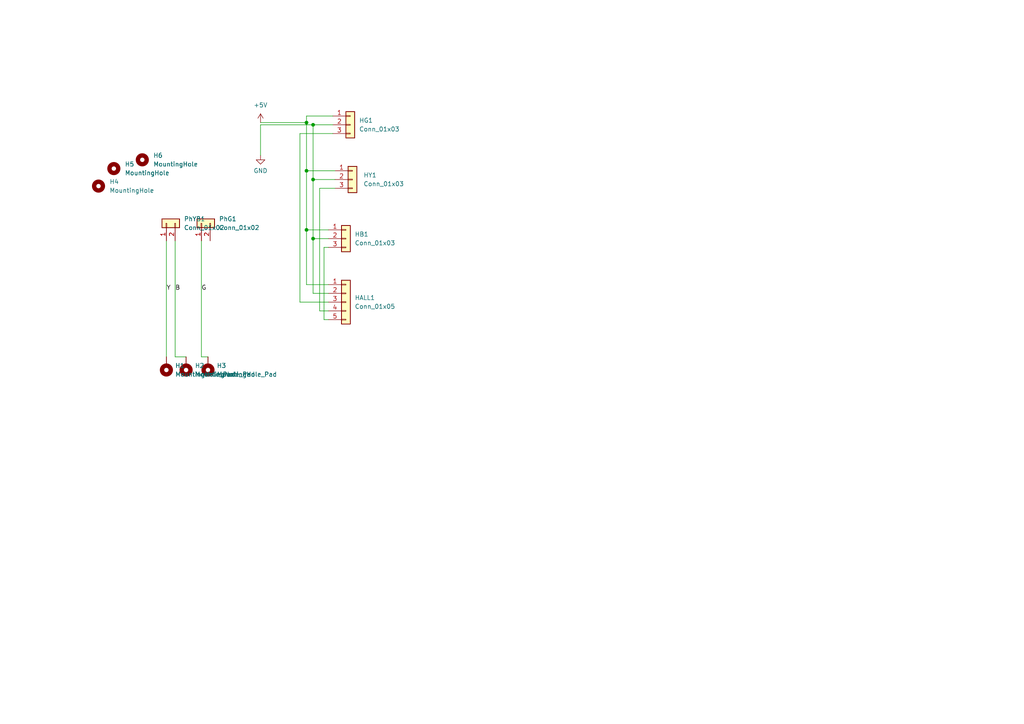
<source format=kicad_sch>
(kicad_sch (version 20230121) (generator eeschema)
  (paper "A4")
  (lib_symbols
    (symbol "Connector_Generic:Conn_01x02" (pin_names (offset 1.016) hide)
      (property "Reference" "J" (at 0 2.54 0))
      (property "Value" "Conn_01x02" (at 0 -5.08 0))
      (symbol "Conn_01x02_1_1"
        (rectangle (start -1.27 -2.413) (end 0 -2.667) (stroke (width 0.1524)))
        (rectangle (start -1.27 0.127) (end 0 -0.127) (stroke (width 0.1524)))
        (rectangle (start -1.27 1.27) (end 1.27 -3.81) (stroke (width 0.254)) (fill (type background)))
        (pin passive line (at -5.08 0 0) (length 3.81) (name "Pin_1") (number "1"))
        (pin passive line (at -5.08 -2.54 0) (length 3.81) (name "Pin_2") (number "2"))
      )
    )
    (symbol "Connector_Generic:Conn_01x03" (pin_names (offset 1.016) hide)
      (property "Reference" "J" (at 0 5.08 0))
      (property "Value" "Conn_01x03" (at 0 -5.08 0))
      (symbol "Conn_01x03_1_1"
        (rectangle (start -1.27 -2.413) (end 0 -2.667) (stroke (width 0.1524)))
        (rectangle (start -1.27 0.127) (end 0 -0.127) (stroke (width 0.1524)))
        (rectangle (start -1.27 2.667) (end 0 2.413) (stroke (width 0.1524)))
        (rectangle (start -1.27 3.81) (end 1.27 -3.81) (stroke (width 0.254)) (fill (type background)))
        (pin passive line (at -5.08 2.54 0) (length 3.81) (name "Pin_1") (number "1"))
        (pin passive line (at -5.08 0 0) (length 3.81) (name "Pin_2") (number "2"))
        (pin passive line (at -5.08 -2.54 0) (length 3.81) (name "Pin_3") (number "3"))
      )
    )
    (symbol "Connector_Generic:Conn_01x05" (pin_names (offset 1.016) hide)
      (property "Reference" "J" (at 0 7.62 0))
      (property "Value" "Conn_01x05" (at 0 -7.62 0))
      (symbol "Conn_01x05_1_1"
        (rectangle (start -1.27 -4.953) (end 0 -5.207) (stroke (width 0.1524)))
        (rectangle (start -1.27 -2.413) (end 0 -2.667) (stroke (width 0.1524)))
        (rectangle (start -1.27 0.127) (end 0 -0.127) (stroke (width 0.1524)))
        (rectangle (start -1.27 2.667) (end 0 2.413) (stroke (width 0.1524)))
        (rectangle (start -1.27 5.207) (end 0 4.953) (stroke (width 0.1524)))
        (rectangle (start -1.27 6.35) (end 1.27 -6.35) (stroke (width 0.254)) (fill (type background)))
        (pin passive line (at -5.08 5.08 0) (length 3.81) (name "Pin_1") (number "1"))
        (pin passive line (at -5.08 2.54 0) (length 3.81) (name "Pin_2") (number "2"))
        (pin passive line (at -5.08 0 0) (length 3.81) (name "Pin_3") (number "3"))
        (pin passive line (at -5.08 -2.54 0) (length 3.81) (name "Pin_4") (number "4"))
        (pin passive line (at -5.08 -5.08 0) (length 3.81) (name "Pin_5") (number "5"))
      )
    )
    (symbol "Mechanical:MountingHole" (pin_names (offset 1.016))
      (property "Reference" "H" (at 0 5.08 0))
      (property "Value" "MountingHole" (at 0 3.175 0))
      (symbol "MountingHole_0_1"
        (circle (center 0 0) (radius 1.27) (stroke (width 1.27)))
      )
    )
    (symbol "Mechanical:MountingHole_Pad" (pin_numbers hide) (pin_names (offset 1.016) hide)
      (property "Reference" "H" (at 0 6.35 0))
      (property "Value" "MountingHole_Pad" (at 0 4.445 0))
      (symbol "MountingHole_Pad_0_1"
        (circle (center 0 1.27) (radius 1.27) (stroke (width 1.27)))
      )
      (symbol "MountingHole_Pad_1_1"
        (pin input line (at 0 -2.54 90) (length 2.54) (name "1") (number "1"))
      )
    )
    (symbol "power:+5V" (power) (pin_names (offset 0))
      (property "Value" "+5V" (at 0 3.556 0))
      (symbol "+5V_0_1"
        (polyline (pts (xy -0.762 1.27) (xy 0 2.54)))
        (polyline (pts (xy 0 0) (xy 0 2.54)))
        (polyline (pts (xy 0 2.54) (xy 0.762 1.27)))
      )
      (symbol "+5V_1_1"
        (pin power_in line (at 0 0 90) (length 0) hide (name "+5V") (number "1"))
      )
    )
    (symbol "power:GND" (power) (pin_names (offset 0))
      (property "Value" "GND" (at 0 -3.81 0))
      (symbol "GND_0_1"
        (polyline (pts (xy 0 0) (xy 0 -1.27) (xy 1.27 -1.27) (xy 0 -2.54) (xy -1.27 -1.27) (xy 0 -1.27)))
      )
      (symbol "GND_1_1"
        (pin power_in line (at 0 0 270) (length 0) hide (name "GND") (number "1"))
      )
    )
  )
  (junction (at 90.805 52.07))
  (junction (at 88.9 35.56))
  (junction (at 88.9 66.675))
  (junction (at 90.805 36.195))
  (junction (at 88.9 49.53))
  (junction (at 90.805 69.215))
  (wire (pts (xy 93.98 71.755) (xy 93.98 92.71)))
  (wire (pts (xy 48.26 69.85) (xy 48.26 103.505)))
  (wire (pts (xy 96.52 38.735) (xy 86.995 38.735)))
  (wire (pts (xy 90.805 52.07) (xy 97.155 52.07)))
  (wire (pts (xy 90.805 85.09) (xy 90.805 69.215)))
  (wire (pts (xy 97.155 54.61) (xy 92.71 54.61)))
  (wire (pts (xy 58.42 103.505) (xy 60.325 103.505)))
  (wire (pts (xy 88.9 66.675) (xy 95.25 66.675)))
  (wire (pts (xy 88.9 33.655) (xy 96.52 33.655)))
  (wire (pts (xy 50.8 69.85) (xy 50.8 103.505)))
  (wire (pts (xy 95.25 82.55) (xy 88.9 82.55)))
  (wire (pts (xy 88.9 35.56) (xy 88.9 33.655)))
  (wire (pts (xy 90.805 69.215) (xy 95.25 69.215)))
  (wire (pts (xy 50.8 103.505) (xy 53.975 103.505)))
  (wire (pts (xy 75.565 36.195) (xy 90.805 36.195)))
  (wire (pts (xy 88.9 49.53) (xy 97.155 49.53)))
  (wire (pts (xy 88.9 82.55) (xy 88.9 66.675)))
  (wire (pts (xy 88.9 35.56) (xy 88.9 49.53)))
  (wire (pts (xy 93.98 92.71) (xy 95.25 92.71)))
  (wire (pts (xy 90.805 52.07) (xy 90.805 69.215)))
  (wire (pts (xy 86.995 87.63) (xy 95.25 87.63)))
  (wire (pts (xy 92.71 54.61) (xy 92.71 90.17)))
  (wire (pts (xy 58.42 69.85) (xy 58.42 103.505)))
  (wire (pts (xy 88.9 49.53) (xy 88.9 66.675)))
  (wire (pts (xy 75.565 45.085) (xy 75.565 36.195)))
  (wire (pts (xy 95.25 71.755) (xy 93.98 71.755)))
  (wire (pts (xy 90.805 36.195) (xy 96.52 36.195)))
  (wire (pts (xy 92.71 90.17) (xy 95.25 90.17)))
  (wire (pts (xy 75.565 35.56) (xy 88.9 35.56)))
  (wire (pts (xy 86.995 38.735) (xy 86.995 87.63)))
  (wire (pts (xy 90.805 36.195) (xy 90.805 52.07)))
  (wire (pts (xy 95.25 85.09) (xy 90.805 85.09)))
  (label "G" (at 58.42 84.455 0))
  (label "Y" (at 48.26 84.455 0))
  (label "B" (at 50.8 84.455 0))
  (symbol (lib_id "Connector_Generic:Conn_01x03") (at 100.33 69.215 0) (unit 1)
    (property "Reference" "HB1" (at 102.87 67.945 0) (effects (justify left)))
    (property "Value" "Conn_01x03" (at 102.87 70.485 0) (effects (justify left)))
    (property "Footprint" "Connector_Molex:Molex_KK-254_AE-6410-03A_1x03_P2.54mm_Vertical" (effects hide))
  )
  (symbol (lib_id "Mechanical:MountingHole") (at 28.575 53.975 0) (unit 1)
    (property "Reference" "H4" (at 31.75 52.705 0) (effects (justify left)))
    (property "Value" "MountingHole" (at 31.75 55.245 0) (effects (justify left)))
    (property "Footprint" "MountingHole:MountingHole_3.2mm_M3_DIN965_Pad_TopBottom" (effects hide))
  )
  (symbol (lib_id "Connector_Generic:Conn_01x05") (at 100.33 87.63 0) (unit 1)
    (property "Reference" "HALL1" (at 102.87 86.36 0) (effects (justify left)))
    (property "Value" "Conn_01x05" (at 102.87 88.9 0) (effects (justify left)))
    (property "Footprint" "Connector_Molex:Molex_KK-254_AE-6410-05A_1x05_P2.54mm_Vertical" (effects hide))
  )
  (symbol (lib_id "Connector_Generic:Conn_01x03") (at 101.6 36.195 0) (unit 1)
    (property "Reference" "HG1" (at 104.14 34.925 0) (effects (justify left)))
    (property "Value" "Conn_01x03" (at 104.14 37.465 0) (effects (justify left)))
    (property "Footprint" "Connector_Molex:Molex_KK-254_AE-6410-03A_1x03_P2.54mm_Vertical" (effects hide))
  )
  (symbol (lib_id "Mechanical:MountingHole_Pad") (at 53.975 106.045 180) (unit 1)
    (property "Reference" "H2" (at 56.515 106.045 0) (effects (justify right)))
    (property "Value" "MountingHole_Pad" (at 56.515 108.585 0) (effects (justify right)))
    (property "Footprint" "MountingHole:MountingHole_3.2mm_M3_DIN965_Pad" (effects hide))
  )
  (symbol (lib_id "power:GND") (at 75.565 45.085 0) (unit 1)
    (property "Reference" "#PWR02" (effects hide))
    (property "Value" "GND" (at 75.565 49.53 0))
  )
  (symbol (lib_id "Connector_Generic:Conn_01x02") (at 58.42 64.77 90) (unit 1)
    (property "Reference" "PhG1" (at 63.5 63.5 90) (effects (justify right)))
    (property "Value" "Conn_01x02" (at 63.5 66.04 90) (effects (justify right)))
    (property "Footprint" "TerminalBlock_WAGO:TerminalBlock_WAGO_236-402_1x02_P5.00mm_45Degree" (effects hide))
  )
  (symbol (lib_id "Mechanical:MountingHole_Pad") (at 48.26 106.045 180) (unit 1)
    (property "Reference" "H1" (at 50.8 106.045 0) (effects (justify right)))
    (property "Value" "MountingHole_Pad" (at 50.8 108.585 0) (effects (justify right)))
    (property "Footprint" "MountingHole:MountingHole_3.2mm_M3_DIN965_Pad" (effects hide))
  )
  (symbol (lib_id "Mechanical:MountingHole") (at 41.275 46.355 0) (unit 1)
    (property "Reference" "H6" (at 44.45 45.085 0) (effects (justify left)))
    (property "Value" "MountingHole" (at 44.45 47.625 0) (effects (justify left)))
    (property "Footprint" "MountingHole:MountingHole_3.2mm_M3_DIN965_Pad_TopBottom" (effects hide))
  )
  (symbol (lib_id "power:+5V") (at 75.565 35.56 0) (unit 1)
    (property "Reference" "#PWR01" (effects hide))
    (property "Value" "+5V" (at 75.565 30.48 0))
  )
  (symbol (lib_id "Mechanical:MountingHole") (at 33.02 48.895 0) (unit 1)
    (property "Reference" "H5" (at 36.195 47.625 0) (effects (justify left)))
    (property "Value" "MountingHole" (at 36.195 50.165 0) (effects (justify left)))
    (property "Footprint" "MountingHole:MountingHole_3.2mm_M3_DIN965_Pad_TopBottom" (effects hide))
  )
  (symbol (lib_id "Connector_Generic:Conn_01x02") (at 48.26 64.77 90) (unit 1)
    (property "Reference" "PhYB1" (at 53.34 63.5 90) (effects (justify right)))
    (property "Value" "Conn_01x02" (at 53.34 66.04 90) (effects (justify right)))
    (property "Footprint" "TerminalBlock_WAGO:TerminalBlock_WAGO_236-402_1x02_P5.00mm_45Degree" (effects hide))
  )
  (symbol (lib_id "Mechanical:MountingHole_Pad") (at 60.325 106.045 180) (unit 1)
    (property "Reference" "H3" (at 62.865 106.045 0) (effects (justify right)))
    (property "Value" "MountingHole_Pad" (at 62.865 108.585 0) (effects (justify right)))
    (property "Footprint" "MountingHole:MountingHole_3.2mm_M3_DIN965_Pad" (effects hide))
  )
  (symbol (lib_id "Connector_Generic:Conn_01x03") (at 102.235 52.07 0) (unit 1)
    (property "Reference" "HY1" (at 105.41 50.8 0) (effects (justify left)))
    (property "Value" "Conn_01x03" (at 105.41 53.34 0) (effects (justify left)))
    (property "Footprint" "Connector_Molex:Molex_KK-254_AE-6410-03A_1x03_P2.54mm_Vertical" (effects hide))
  )
)
</source>
